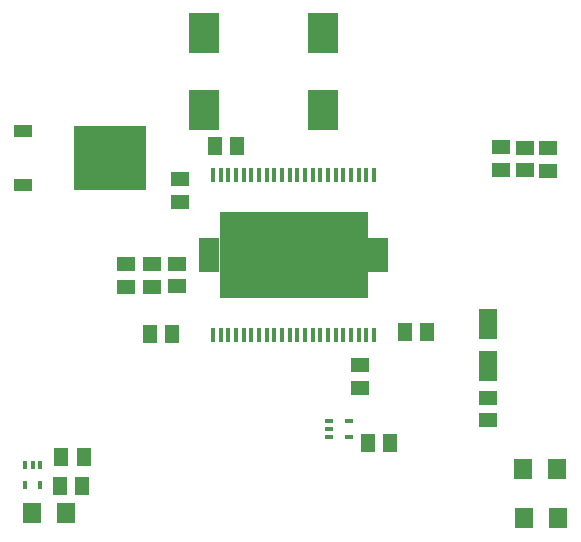
<source format=gtp>
G75*
%MOIN*%
%OFA0B0*%
%FSLAX25Y25*%
%IPPOS*%
%LPD*%
%AMOC8*
5,1,8,0,0,1.08239X$1,22.5*
%
%ADD10R,0.09843X0.13780*%
%ADD11R,0.05118X0.05906*%
%ADD12R,0.05906X0.05118*%
%ADD13R,0.06299X0.07098*%
%ADD14R,0.01575X0.04724*%
%ADD15R,0.49606X0.28740*%
%ADD16R,0.06693X0.11417*%
%ADD17R,0.01575X0.02756*%
%ADD18R,0.02756X0.01575*%
%ADD19R,0.24409X0.21260*%
%ADD20R,0.06299X0.03937*%
%ADD21R,0.06299X0.10236*%
D10*
X0069819Y0181315D03*
X0069819Y0206906D03*
X0109307Y0206748D03*
X0109307Y0181157D03*
D11*
X0080803Y0169189D03*
X0073323Y0169189D03*
X0059071Y0106512D03*
X0051591Y0106512D03*
X0029543Y0065488D03*
X0022063Y0065488D03*
X0021709Y0056039D03*
X0029189Y0056039D03*
X0124386Y0070134D03*
X0131866Y0070134D03*
X0136591Y0107142D03*
X0144071Y0107142D03*
D12*
X0164465Y0085370D03*
X0164465Y0077890D03*
X0121866Y0088717D03*
X0121866Y0096197D03*
X0168795Y0161276D03*
X0168795Y0168756D03*
X0176669Y0168559D03*
X0176669Y0161079D03*
X0184465Y0161039D03*
X0184465Y0168520D03*
X0061630Y0158165D03*
X0061630Y0150685D03*
X0060606Y0129976D03*
X0060606Y0122496D03*
X0052260Y0122339D03*
X0052260Y0129819D03*
X0043598Y0129858D03*
X0043598Y0122378D03*
D13*
X0012370Y0046748D03*
X0023567Y0046748D03*
X0176425Y0045094D03*
X0187622Y0045094D03*
X0187386Y0061630D03*
X0176189Y0061630D03*
D14*
X0126413Y0106394D03*
X0123854Y0106394D03*
X0121295Y0106394D03*
X0118736Y0106394D03*
X0116177Y0106394D03*
X0113618Y0106394D03*
X0111059Y0106394D03*
X0108500Y0106394D03*
X0105941Y0106394D03*
X0103382Y0106394D03*
X0100823Y0106394D03*
X0098264Y0106394D03*
X0095705Y0106394D03*
X0093146Y0106394D03*
X0090587Y0106394D03*
X0088028Y0106394D03*
X0085469Y0106394D03*
X0082909Y0106394D03*
X0080350Y0106394D03*
X0077791Y0106394D03*
X0075232Y0106394D03*
X0072673Y0106394D03*
X0072673Y0159543D03*
X0075232Y0159543D03*
X0077791Y0159543D03*
X0080350Y0159543D03*
X0082909Y0159543D03*
X0085469Y0159543D03*
X0088028Y0159543D03*
X0090587Y0159543D03*
X0093146Y0159543D03*
X0095705Y0159543D03*
X0098264Y0159543D03*
X0100823Y0159543D03*
X0103382Y0159543D03*
X0105941Y0159543D03*
X0108500Y0159543D03*
X0111059Y0159543D03*
X0113618Y0159543D03*
X0116177Y0159543D03*
X0118736Y0159543D03*
X0121295Y0159543D03*
X0123854Y0159543D03*
X0126413Y0159543D03*
D15*
X0099543Y0132969D03*
D16*
X0127693Y0132969D03*
X0071394Y0132969D03*
D17*
X0015094Y0062811D03*
X0012535Y0062811D03*
X0009976Y0062811D03*
X0009976Y0056118D03*
X0015094Y0056118D03*
D18*
X0111236Y0072339D03*
X0111236Y0074898D03*
X0111236Y0077457D03*
X0117929Y0077457D03*
X0117929Y0072339D03*
D19*
X0038205Y0165094D03*
D20*
X0009465Y0156118D03*
X0009465Y0174071D03*
D21*
X0164386Y0110055D03*
X0164386Y0095882D03*
M02*

</source>
